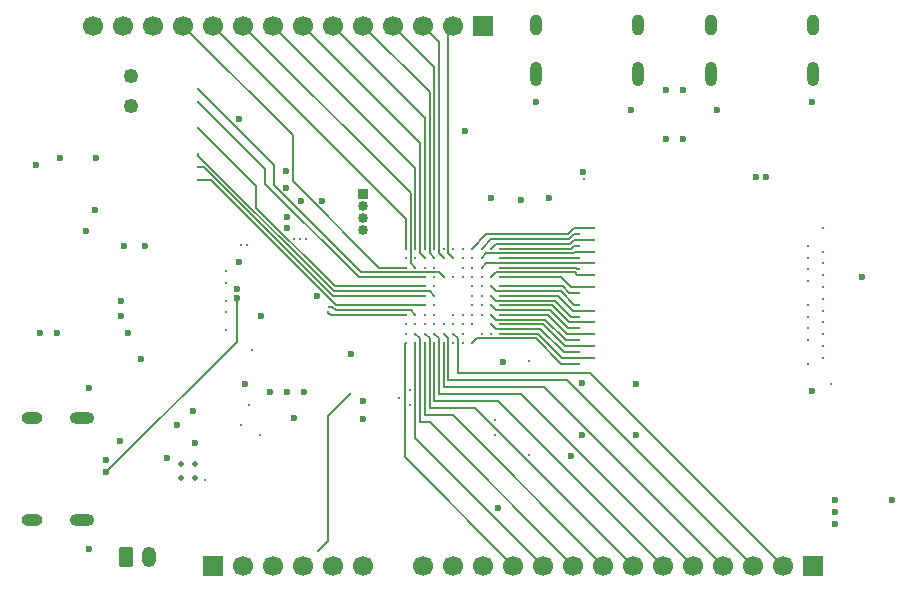
<source format=gbr>
%TF.GenerationSoftware,KiCad,Pcbnew,9.0.3*%
%TF.CreationDate,2025-10-26T12:54:33-04:00*%
%TF.ProjectId,SeedSBC_rev1_1,53656564-5342-4435-9f72-6576315f312e,rev?*%
%TF.SameCoordinates,Original*%
%TF.FileFunction,Copper,L3,Inr*%
%TF.FilePolarity,Positive*%
%FSLAX46Y46*%
G04 Gerber Fmt 4.6, Leading zero omitted, Abs format (unit mm)*
G04 Created by KiCad (PCBNEW 9.0.3) date 2025-10-26 12:54:33*
%MOMM*%
%LPD*%
G01*
G04 APERTURE LIST*
G04 Aperture macros list*
%AMRoundRect*
0 Rectangle with rounded corners*
0 $1 Rounding radius*
0 $2 $3 $4 $5 $6 $7 $8 $9 X,Y pos of 4 corners*
0 Add a 4 corners polygon primitive as box body*
4,1,4,$2,$3,$4,$5,$6,$7,$8,$9,$2,$3,0*
0 Add four circle primitives for the rounded corners*
1,1,$1+$1,$2,$3*
1,1,$1+$1,$4,$5*
1,1,$1+$1,$6,$7*
1,1,$1+$1,$8,$9*
0 Add four rect primitives between the rounded corners*
20,1,$1+$1,$2,$3,$4,$5,0*
20,1,$1+$1,$4,$5,$6,$7,0*
20,1,$1+$1,$6,$7,$8,$9,0*
20,1,$1+$1,$8,$9,$2,$3,0*%
G04 Aperture macros list end*
%TA.AperFunction,HeatsinkPad*%
%ADD10O,2.100000X1.000000*%
%TD*%
%TA.AperFunction,HeatsinkPad*%
%ADD11O,1.800000X1.000000*%
%TD*%
%TA.AperFunction,ComponentPad*%
%ADD12RoundRect,0.250000X-0.350000X-0.625000X0.350000X-0.625000X0.350000X0.625000X-0.350000X0.625000X0*%
%TD*%
%TA.AperFunction,ComponentPad*%
%ADD13O,1.200000X1.750000*%
%TD*%
%TA.AperFunction,HeatsinkPad*%
%ADD14O,1.000000X2.100000*%
%TD*%
%TA.AperFunction,HeatsinkPad*%
%ADD15O,1.000000X1.800000*%
%TD*%
%TA.AperFunction,ComponentPad*%
%ADD16R,1.700000X1.700000*%
%TD*%
%TA.AperFunction,ComponentPad*%
%ADD17C,1.700000*%
%TD*%
%TA.AperFunction,HeatsinkPad*%
%ADD18C,0.500000*%
%TD*%
%TA.AperFunction,ComponentPad*%
%ADD19R,0.850000X0.850000*%
%TD*%
%TA.AperFunction,ComponentPad*%
%ADD20C,0.850000*%
%TD*%
%TA.AperFunction,ViaPad*%
%ADD21C,0.600000*%
%TD*%
%TA.AperFunction,ViaPad*%
%ADD22C,0.300000*%
%TD*%
%TA.AperFunction,ViaPad*%
%ADD23C,1.250000*%
%TD*%
%TA.AperFunction,Conductor*%
%ADD24C,0.150000*%
%TD*%
%TA.AperFunction,Conductor*%
%ADD25C,0.200000*%
%TD*%
G04 APERTURE END LIST*
D10*
%TO.N,Net-(J6-SHIELD)*%
%TO.C,J6*%
X108257500Y-111905000D03*
D11*
X104077500Y-111905000D03*
D10*
X108257500Y-120545000D03*
D11*
X104077500Y-120545000D03*
%TD*%
D12*
%TO.N,V_BAT*%
%TO.C,J3*%
X111960000Y-123740000D03*
D13*
%TO.N,GND*%
X113960000Y-123740000D03*
%TD*%
D14*
%TO.N,GND*%
%TO.C,J1*%
X170140000Y-82815000D03*
D15*
X170140000Y-78635000D03*
D14*
X161500000Y-82815000D03*
D15*
X161500000Y-78635000D03*
%TD*%
D14*
%TO.N,GND*%
%TO.C,J7*%
X155320000Y-82815000D03*
D15*
X155320000Y-78635000D03*
D14*
X146680000Y-82815000D03*
D15*
X146680000Y-78635000D03*
%TD*%
D16*
%TO.N,/FPGA + SRAM/FPGA/SPI_CNFG_CS*%
%TO.C,J4*%
X119380000Y-124460000D03*
D17*
%TO.N,/FPGA + SRAM/FPGA/SPI_CNFG_SCK*%
X121920000Y-124460000D03*
%TO.N,/FPGA + SRAM/FPGA/SPI_CNFG_DI*%
X124460000Y-124460000D03*
%TO.N,/FPGA + SRAM/FPGA/SPI_CNFG_DO*%
X127000000Y-124460000D03*
%TO.N,P3V3*%
X129540000Y-124460000D03*
%TO.N,GND*%
X132080000Y-124460000D03*
%TD*%
D18*
%TO.N,GND*%
%TO.C,U9*%
X116647500Y-117030000D03*
X117827500Y-117030000D03*
X116647500Y-115850000D03*
X117827500Y-115850000D03*
%TD*%
D16*
%TO.N,GND*%
%TO.C,J8*%
X170180000Y-124460000D03*
D17*
%TO.N,/FPGA + SRAM/IO_B1*%
X167640000Y-124460000D03*
%TO.N,/FPGA + SRAM/IO_B2*%
X165100000Y-124460000D03*
%TO.N,/FPGA + SRAM/IO_B3*%
X162560000Y-124460000D03*
%TO.N,/FPGA + SRAM/IO_B4*%
X160020000Y-124460000D03*
%TO.N,/FPGA + SRAM/IO_B5*%
X157480000Y-124460000D03*
%TO.N,/FPGA + SRAM/IO_B6*%
X154940000Y-124460000D03*
%TO.N,/FPGA + SRAM/IO_B7*%
X152400000Y-124460000D03*
%TO.N,/FPGA + SRAM/IO_B8*%
X149860000Y-124460000D03*
%TO.N,/FPGA + SRAM/IO_B9*%
X147320000Y-124460000D03*
%TO.N,/FPGA + SRAM/IO_B10*%
X144780000Y-124460000D03*
%TO.N,GND*%
X142240000Y-124460000D03*
%TO.N,P3V3*%
X139700000Y-124460000D03*
%TO.N,V_BAT*%
X137160000Y-124460000D03*
%TD*%
D16*
%TO.N,GND*%
%TO.C,J5*%
X142240000Y-78740000D03*
D17*
%TO.N,/FPGA + SRAM/IO_T1*%
X139700000Y-78740000D03*
%TO.N,/FPGA + SRAM/IO_T2*%
X137160000Y-78740000D03*
%TO.N,/FPGA + SRAM/IO_T3*%
X134620000Y-78740000D03*
%TO.N,/FPGA + SRAM/IO_T4*%
X132080000Y-78740000D03*
%TO.N,/FPGA + SRAM/IO_T5*%
X129540000Y-78740000D03*
%TO.N,/FPGA + SRAM/IO_T6*%
X127000000Y-78740000D03*
%TO.N,/FPGA + SRAM/IO_T7*%
X124460000Y-78740000D03*
%TO.N,/FPGA + SRAM/IO_T8*%
X121920000Y-78740000D03*
%TO.N,/FPGA + SRAM/IO_T9*%
X119380000Y-78740000D03*
%TO.N,/FPGA + SRAM/IO_T10*%
X116840000Y-78740000D03*
%TO.N,USB_VBUS2*%
X114300000Y-78740000D03*
%TO.N,EN*%
X111760000Y-78740000D03*
%TO.N,USB_VBUS*%
X109220000Y-78740000D03*
%TD*%
D19*
%TO.N,EXT_PLL2P*%
%TO.C,J9*%
X132080000Y-93000000D03*
D20*
%TO.N,EXT_PLL2N*%
X132080000Y-94000000D03*
%TO.N,EXT_PLL1P*%
X132080000Y-95000000D03*
%TO.N,EXT_PLL1N*%
X132080000Y-96000000D03*
%TD*%
D21*
%TO.N,P2V5*%
X145400000Y-93500000D03*
%TO.N,Net-(D3-BK)*%
X171990000Y-120940000D03*
%TO.N,GND*%
X121560000Y-98760000D03*
D22*
X120500000Y-103000000D03*
D21*
X155150000Y-113400000D03*
X159150000Y-84170000D03*
X150640000Y-109010000D03*
X157700000Y-84170000D03*
X155200000Y-109040000D03*
X159130000Y-88350000D03*
X150640000Y-113390000D03*
X123441331Y-103283871D03*
X108900000Y-109400000D03*
X157680000Y-88340000D03*
X108828091Y-123041263D03*
X121550000Y-86630000D03*
X147813171Y-93290187D03*
X140690000Y-87650000D03*
X142880000Y-93280000D03*
%TO.N,V_SYS*%
X109400437Y-94291884D03*
X117690000Y-111313769D03*
X109416600Y-89957400D03*
X117796100Y-114069354D03*
X106416600Y-89957400D03*
X104690000Y-104740000D03*
X108600000Y-96100000D03*
X104370000Y-90510000D03*
X106160000Y-104750000D03*
X116332753Y-112564539D03*
D22*
X118700000Y-117200000D03*
D21*
%TO.N,Net-(D3-GK)*%
X171990000Y-118850000D03*
%TO.N,Net-(D3-RK)*%
X172000000Y-119890000D03*
D22*
%TO.N,/FPGA + SRAM/IO_T5*%
X137300000Y-97600000D03*
%TO.N,/FPGA + SRAM/IO_B3*%
X138900000Y-105600000D03*
%TO.N,/FPGA + SRAM/SD_DAT0*%
X137300000Y-100000000D03*
X118120000Y-85200000D03*
%TO.N,/FPGA + SRAM/LED_B*%
X135700000Y-104800000D03*
%TO.N,/FPGA + SRAM/SD_CLK*%
X137300000Y-100800000D03*
X118120000Y-87400000D03*
%TO.N,/FPGA + SRAM/FIFO_RD_B*%
X138900000Y-104000000D03*
X126700000Y-96800000D03*
%TO.N,/FPGA + SRAM/SD_DAT1*%
X138900000Y-100000000D03*
X118120000Y-84100000D03*
%TO.N,/FPGA + SRAM/FPGA/DQ11*%
X171020000Y-101850000D03*
X142100000Y-100800000D03*
%TO.N,/FPGA + SRAM/FIFO_TXE_B*%
X127200000Y-96800000D03*
X137300000Y-103200000D03*
%TO.N,/FPGA + SRAM/FPGA/SRAM_LB_B*%
X151650000Y-102850000D03*
X143700000Y-101600000D03*
%TO.N,/FPGA + SRAM/IO_T1*%
X139700000Y-98400000D03*
%TO.N,/FPGA + SRAM/FPGA/SRAM_CE_B*%
X171020000Y-106850000D03*
X140500000Y-104800000D03*
%TO.N,/FPGA + SRAM/FPGA/A10*%
X143700000Y-98400000D03*
X150380000Y-98350000D03*
%TO.N,/FPGA + SRAM/IO_B6*%
X137300000Y-104800000D03*
%TO.N,/FPGA + SRAM/SD_DAT3*%
X137300000Y-101600000D03*
X118120000Y-90700000D03*
%TO.N,/FPGA + SRAM/FPGA/A3*%
X150380000Y-106350000D03*
X142900000Y-104000000D03*
%TO.N,/FPGA + SRAM/IO_T9*%
X135700000Y-97600000D03*
%TO.N,/FPGA + SRAM/IO_B5*%
X138100000Y-105600000D03*
%TO.N,/FPGA + SRAM/FPGA/DQ14*%
X140500000Y-98400000D03*
X169750000Y-98350000D03*
%TO.N,/FPGA + SRAM/FPGA/A14*%
X142100000Y-97600000D03*
X150380000Y-96350000D03*
%TO.N,/FPGA + SRAM/FPGA/DQ7*%
X140500000Y-97600000D03*
X171020000Y-97850000D03*
%TO.N,/FPGA + SRAM/FPGA/A13*%
X151650000Y-96850000D03*
X142900000Y-97600000D03*
%TO.N,/FPGA + SRAM/FPGA/DQ3*%
X169750000Y-102350000D03*
X141300000Y-100800000D03*
%TO.N,/FPGA + SRAM/FPGA/DQ15*%
X139700000Y-97600000D03*
X169750000Y-97350000D03*
%TO.N,/FPGA + SRAM/FPGA/SPI_CNFG_SCK*%
X121701000Y-112501000D03*
X143200000Y-112100000D03*
%TO.N,EXT_PLL1N*%
X139700000Y-105600000D03*
%TO.N,/FPGA + SRAM/FPGA/SRAM_CE2*%
X143700000Y-100800000D03*
X150380000Y-101350000D03*
%TO.N,/FPGA + SRAM/FPGA/SPI_CNFG_DI*%
X143200000Y-113370000D03*
X123300000Y-113400000D03*
%TO.N,/FPGA + SRAM/FPGA/DQ9*%
X171020000Y-103850000D03*
X141300000Y-102400000D03*
%TO.N,/FPGA + SRAM/IO_B1*%
X139700000Y-104800000D03*
%TO.N,/FPGA + SRAM/FPGA/SPI_CNFG_CS*%
X142900000Y-104800000D03*
X136025000Y-109560000D03*
%TO.N,/FPGA + SRAM/FPGA/A16*%
X138900000Y-97600000D03*
X171020000Y-95850000D03*
%TO.N,/FPGA + SRAM/USB3_DP*%
X137300000Y-99200000D03*
D21*
X165370000Y-91540000D03*
D22*
%TO.N,/FPGA + SRAM/FPGA/A0*%
X140500000Y-105600000D03*
X169750000Y-107350000D03*
%TO.N,P1V2*%
X138100000Y-103200000D03*
X141300000Y-103200000D03*
D21*
X113601868Y-97358040D03*
D22*
X138100000Y-100000000D03*
X141300000Y-100000000D03*
D21*
X111850000Y-97360000D03*
D22*
%TO.N,/FPGA + SRAM/FPGA/A1*%
X141300000Y-105600000D03*
X150380000Y-107350000D03*
%TO.N,/FPGA + SRAM/IO_T3*%
X138100000Y-97600000D03*
%TO.N,/FPGA + SRAM/USB3_DN*%
X138100000Y-99200000D03*
D21*
X166160000Y-91560000D03*
D22*
%TO.N,/FPGA + SRAM/LED_R*%
X136500000Y-104000000D03*
%TO.N,/FPGA + SRAM/FPGA/DQ6*%
X171020000Y-98850000D03*
X141300000Y-98400000D03*
%TO.N,/FPGA + SRAM/IO_T8*%
X136500000Y-99200000D03*
%TO.N,/FPGA + SRAM/FPGA/A11*%
X151650000Y-97850000D03*
X142100000Y-98400000D03*
%TO.N,/SD MMC/SD_CMD*%
X138100000Y-101600000D03*
X118120000Y-89600000D03*
%TO.N,/FPGA + SRAM/FIFO0*%
X135700000Y-103200000D03*
X129137363Y-102998549D03*
%TO.N,/FPGA + SRAM/FPGA/DQ2*%
X142100000Y-102400000D03*
X169750000Y-103350000D03*
%TO.N,/FPGA + SRAM/FPGA/A12*%
X150380000Y-97350000D03*
X143700000Y-97600000D03*
D21*
%TO.N,USB_VBUS*%
X111530000Y-113909267D03*
X115477983Y-115303221D03*
D22*
%TO.N,/FPGA + SRAM/FPGA/A17*%
X143700000Y-102400000D03*
X151650000Y-103850000D03*
%TO.N,/FPGA + SRAM/FPGA/DQ5*%
X171020000Y-99850000D03*
X141300000Y-99200000D03*
%TO.N,/FPGA + SRAM/FPGA/A15*%
X151650000Y-95850000D03*
X141300000Y-97600000D03*
%TO.N,/FPGA + SRAM/FPGA/SRAM_UB_B*%
X150380000Y-102350000D03*
X142900000Y-100800000D03*
%TO.N,/FPGA + SRAM/IO_B4*%
X138100000Y-104800000D03*
%TO.N,/FPGA + SRAM/FPGA/A7*%
X142900000Y-102400000D03*
X150380000Y-104350000D03*
%TO.N,/FPGA + SRAM/IO_B8*%
X136500000Y-104800000D03*
D21*
%TO.N,P3V3*%
X131054636Y-106531013D03*
D22*
X138100000Y-102400000D03*
D21*
X149650000Y-115120000D03*
X124171159Y-109695795D03*
X113295500Y-106900000D03*
X112190000Y-104740000D03*
X125547678Y-91021303D03*
X128193413Y-101606587D03*
X174320000Y-100030000D03*
X122091162Y-109098405D03*
X126800000Y-93545219D03*
X132073916Y-110537824D03*
X128600000Y-93536958D03*
X176840000Y-118840000D03*
D22*
X141300000Y-101600000D03*
D21*
X143510000Y-119580000D03*
D22*
X139700000Y-100000000D03*
D21*
X111536525Y-101999133D03*
D22*
X139700000Y-103200000D03*
D21*
X143922983Y-107222885D03*
X132070000Y-112000000D03*
D22*
X122700000Y-106200000D03*
D21*
X125548907Y-92477174D03*
X170040000Y-109660000D03*
X125629130Y-109700650D03*
X127090000Y-109700000D03*
D22*
X138100000Y-100800000D03*
D21*
X111540000Y-103310000D03*
D22*
%TO.N,/FPGA + SRAM/CDONE*%
X146140521Y-107100000D03*
X146140521Y-115059479D03*
%TO.N,EXT_PLL1P*%
X139700000Y-104000000D03*
%TO.N,/FPGA + SRAM/SD_DAT2*%
X137300000Y-102400000D03*
X118120000Y-91800000D03*
%TO.N,/FPGA + SRAM/FPGA/DQ1*%
X142100000Y-103200000D03*
X169750000Y-104350000D03*
%TO.N,/FPGA + SRAM/FPGA/DQ13*%
X169750000Y-99350000D03*
X140500000Y-99200000D03*
%TO.N,/FPGA + SRAM/FPGA/DQ10*%
X171020000Y-102850000D03*
X142100000Y-101600000D03*
%TO.N,/FPGA + SRAM/FPGA/DQ4*%
X171020000Y-100850000D03*
X142100000Y-100000000D03*
%TO.N,/FPGA + SRAM/FPGA/SRAM_OE_B*%
X140500000Y-104000000D03*
X171020000Y-105850000D03*
%TO.N,/FPGA + SRAM/FIFO1*%
X136500000Y-103200000D03*
X129150000Y-102500000D03*
%TO.N,/FPGA + SRAM/FPGA/A18*%
X150380000Y-103350000D03*
X142900000Y-101600000D03*
%TO.N,/FPGA + SRAM/FPGA/A4*%
X143700000Y-104000000D03*
X151650000Y-105850000D03*
%TO.N,/FPGA + SRAM/LED_G*%
X137300000Y-104000000D03*
%TO.N,/FPGA + SRAM/IO_T7*%
X136500000Y-97600000D03*
%TO.N,/FPGA + SRAM/FPGA/A2*%
X151650000Y-106850000D03*
X143700000Y-104800000D03*
%TO.N,/FPGA + SRAM/IO_T6*%
X137300000Y-98400000D03*
%TO.N,/FPGA + SRAM/FPGA/A9*%
X151650000Y-98850000D03*
X142100000Y-99200000D03*
%TO.N,/FPGA + SRAM/FPGA/DQ12*%
X140500000Y-100000000D03*
X169750000Y-100350000D03*
D21*
%TO.N,P2V5*%
X126198000Y-111901000D03*
D22*
%TO.N,/FPGA + SRAM/IO_T10*%
X135700000Y-99200000D03*
%TO.N,/FPGA + SRAM/IO_B10*%
X135700000Y-105600000D03*
%TO.N,/FPGA + SRAM/FPGA/DQ8*%
X171020000Y-104850000D03*
X140500000Y-103200000D03*
%TO.N,/FPGA + SRAM/USB2_DP*%
X136500000Y-98400000D03*
D21*
X150730000Y-91070000D03*
D22*
%TO.N,/FPGA + SRAM/IO_B7*%
X137300000Y-105600000D03*
%TO.N,/FPGA + SRAM/FPGA/SPI_CNFG_DO*%
X135150000Y-110250000D03*
X142100000Y-104800000D03*
X136025000Y-110830000D03*
X131000000Y-109900000D03*
X122400000Y-110800000D03*
X128265000Y-123195000D03*
%TO.N,/FPGA + SRAM/FPGA/SRAM_WE_B*%
X151650000Y-100850000D03*
X143700000Y-100000000D03*
%TO.N,/FPGA + SRAM/FPGA/DQ0*%
X169750000Y-105350000D03*
X141300000Y-104000000D03*
%TO.N,/FPGA + SRAM/IO_T2*%
X138900000Y-98400000D03*
%TO.N,/FPGA + SRAM/IO_B2*%
X138900000Y-104800000D03*
%TO.N,/FPGA + SRAM/FPGA/A19*%
X151650000Y-99850000D03*
X142900000Y-100000000D03*
%TO.N,/FPGA + SRAM/FPGA/A8*%
X150380000Y-99350000D03*
X143700000Y-99200000D03*
%TO.N,/FPGA + SRAM/USB2_DN*%
X135700000Y-98400000D03*
X150780000Y-91730000D03*
%TO.N,/FPGA + SRAM/FPGA/A6*%
X151650000Y-104850000D03*
X143700000Y-103200000D03*
%TO.N,/FPGA + SRAM/IO_T4*%
X138100000Y-98400000D03*
%TO.N,/FPGA + SRAM/FPGA/A5*%
X142900000Y-103200000D03*
X150380000Y-105350000D03*
%TO.N,/FPGA + SRAM/USR_BTN1*%
X171690000Y-109030000D03*
X138100000Y-104000000D03*
%TO.N,/FPGA + SRAM/FIFO_WR_B*%
X135700000Y-104000000D03*
X126200000Y-96800000D03*
%TO.N,/FPGA + SRAM/IO_B9*%
X136500000Y-105600000D03*
D21*
%TO.N,Net-(U7-CS)*%
X125602622Y-94916128D03*
D22*
X121700000Y-97300000D03*
%TO.N,Net-(U7-CLK)*%
X122200000Y-97300000D03*
D21*
X125610283Y-95866132D03*
D22*
%TO.N,Net-(U8-REF)*%
X120500000Y-100500000D03*
%TO.N,Net-(U8-~{RESET})*%
X120500000Y-104500000D03*
D21*
%TO.N,/USB/D1+*%
X110336660Y-116536660D03*
X121377831Y-101778211D03*
%TO.N,/USB/D1-*%
X121359783Y-100978412D03*
X110340000Y-115470000D03*
D22*
%TO.N,Net-(U8-VPLL)*%
X120500000Y-102000000D03*
%TO.N,Net-(U8-VPHY)*%
X120500000Y-99500000D03*
D23*
%TO.N,USB_VBUS2*%
X112410000Y-85540000D03*
D21*
X162050000Y-85830000D03*
X146700000Y-85190000D03*
X170050000Y-85200000D03*
D23*
X112420000Y-82980000D03*
D21*
X154730000Y-85820000D03*
%TD*%
D24*
%TO.N,/FPGA + SRAM/IO_T5*%
X137300000Y-97600000D02*
X137300000Y-86500000D01*
X137300000Y-86500000D02*
X129540000Y-78740000D01*
%TO.N,/FPGA + SRAM/IO_B3*%
X138900000Y-109300000D02*
X147400000Y-109300000D01*
X147400000Y-109300000D02*
X162560000Y-124460000D01*
X138900000Y-105600000D02*
X138900000Y-109300000D01*
%TO.N,/FPGA + SRAM/SD_DAT0*%
X137300000Y-100000000D02*
X131700000Y-100000000D01*
X131700000Y-100000000D02*
X123800000Y-92100000D01*
X123800000Y-90880000D02*
X118120000Y-85200000D01*
X123800000Y-92100000D02*
X123800000Y-90880000D01*
%TO.N,/FPGA + SRAM/SD_CLK*%
X129667288Y-100800000D02*
X123000000Y-94132712D01*
X137300000Y-100800000D02*
X129667288Y-100800000D01*
X123000000Y-94132712D02*
X123000000Y-92280000D01*
X123000000Y-92280000D02*
X118120000Y-87400000D01*
%TO.N,/FPGA + SRAM/SD_DAT1*%
X131900000Y-99600000D02*
X124500000Y-92200000D01*
X138900000Y-100000000D02*
X138500000Y-99600000D01*
X124500000Y-90480000D02*
X118120000Y-84100000D01*
X138500000Y-99600000D02*
X131900000Y-99600000D01*
X124500000Y-92200000D02*
X124500000Y-90480000D01*
%TO.N,/FPGA + SRAM/FPGA/SRAM_LB_B*%
X148585402Y-101600000D02*
X143700000Y-101600000D01*
X151650000Y-102850000D02*
X149835402Y-102850000D01*
X149835402Y-102850000D02*
X148585402Y-101600000D01*
%TO.N,/FPGA + SRAM/IO_T1*%
X139300000Y-79140000D02*
X139700000Y-78740000D01*
X139700000Y-98400000D02*
X139300000Y-98000000D01*
X139300000Y-98000000D02*
X139300000Y-79140000D01*
%TO.N,/FPGA + SRAM/FPGA/A10*%
X143700000Y-98400000D02*
X150330000Y-98400000D01*
X150330000Y-98400000D02*
X150380000Y-98350000D01*
%TO.N,/FPGA + SRAM/IO_B6*%
X137700000Y-105200000D02*
X137700000Y-111100000D01*
X137300000Y-104800000D02*
X137700000Y-105200000D01*
X141580000Y-111100000D02*
X154940000Y-124460000D01*
X137700000Y-111100000D02*
X141580000Y-111100000D01*
%TO.N,/FPGA + SRAM/SD_DAT3*%
X137300000Y-101600000D02*
X129496583Y-101600000D01*
X118596583Y-90700000D02*
X118120000Y-90700000D01*
X129496583Y-101600000D02*
X118596583Y-90700000D01*
%TO.N,/FPGA + SRAM/FPGA/A3*%
X150380000Y-106350000D02*
X149040000Y-106350000D01*
X147090000Y-104400000D02*
X143300000Y-104400000D01*
X149040000Y-106350000D02*
X147090000Y-104400000D01*
X143300000Y-104400000D02*
X142900000Y-104000000D01*
%TO.N,/FPGA + SRAM/IO_T9*%
X135700000Y-97600000D02*
X135700000Y-95060000D01*
X135700000Y-95060000D02*
X119380000Y-78740000D01*
%TO.N,/FPGA + SRAM/IO_B5*%
X143520000Y-110500000D02*
X157480000Y-124460000D01*
X138100000Y-110500000D02*
X143520000Y-110500000D01*
X138100000Y-105600000D02*
X138100000Y-110500000D01*
%TO.N,/FPGA + SRAM/FPGA/A14*%
X149950000Y-96350000D02*
X149500000Y-96800000D01*
X149500000Y-96800000D02*
X142900000Y-96800000D01*
X142900000Y-96800000D02*
X142100000Y-97600000D01*
X150380000Y-96350000D02*
X149950000Y-96350000D01*
%TO.N,/FPGA + SRAM/FPGA/A13*%
X143533900Y-97199000D02*
X143532900Y-97200000D01*
X151650000Y-96850000D02*
X149950000Y-96850000D01*
X143532900Y-97200000D02*
X143300000Y-97200000D01*
X143866100Y-97199000D02*
X143533900Y-97199000D01*
X143300000Y-97200000D02*
X142900000Y-97600000D01*
X149600000Y-97200000D02*
X143867100Y-97200000D01*
X149950000Y-96850000D02*
X149600000Y-97200000D01*
X143867100Y-97200000D02*
X143866100Y-97199000D01*
%TO.N,/FPGA + SRAM/FPGA/SRAM_CE2*%
X148990000Y-100800000D02*
X143700000Y-100800000D01*
X150380000Y-101350000D02*
X149540000Y-101350000D01*
X149540000Y-101350000D02*
X148990000Y-100800000D01*
%TO.N,/FPGA + SRAM/IO_B1*%
X151300000Y-108100000D02*
X167640000Y-124440000D01*
X140100000Y-105200000D02*
X140100000Y-108100000D01*
X140100000Y-108100000D02*
X151300000Y-108100000D01*
X167640000Y-124440000D02*
X167640000Y-124460000D01*
X139700000Y-104800000D02*
X140100000Y-105200000D01*
%TO.N,/FPGA + SRAM/FPGA/A1*%
X141700000Y-105200000D02*
X141300000Y-105600000D01*
X148840000Y-107350000D02*
X146690000Y-105200000D01*
X146690000Y-105200000D02*
X141700000Y-105200000D01*
X150380000Y-107350000D02*
X148840000Y-107350000D01*
%TO.N,/FPGA + SRAM/IO_T3*%
X138100000Y-82220000D02*
X134620000Y-78740000D01*
X138100000Y-97600000D02*
X138100000Y-82220000D01*
%TO.N,/FPGA + SRAM/IO_T8*%
X136100000Y-98800000D02*
X136100000Y-92920000D01*
X136100000Y-92920000D02*
X121920000Y-78740000D01*
X136500000Y-99200000D02*
X136100000Y-98800000D01*
%TO.N,/FPGA + SRAM/FPGA/A11*%
X149950000Y-97850000D02*
X149800000Y-98000000D01*
X142500000Y-98000000D02*
X142100000Y-98400000D01*
X149800000Y-98000000D02*
X142500000Y-98000000D01*
X151650000Y-97850000D02*
X149950000Y-97850000D01*
%TO.N,/SD MMC/SD_CMD*%
X129600000Y-101200000D02*
X118120000Y-89720000D01*
X137700000Y-101200000D02*
X129600000Y-101200000D01*
X138100000Y-101600000D02*
X137700000Y-101200000D01*
X118120000Y-89720000D02*
X118120000Y-89600000D01*
%TO.N,/FPGA + SRAM/FIFO0*%
X129137363Y-103007363D02*
X129330000Y-103200000D01*
X129137363Y-102998549D02*
X129137363Y-103007363D01*
X129330000Y-103200000D02*
X135700000Y-103200000D01*
%TO.N,/FPGA + SRAM/FPGA/A12*%
X149700000Y-97600000D02*
X143700000Y-97600000D01*
X149950000Y-97350000D02*
X149700000Y-97600000D01*
X150380000Y-97350000D02*
X149950000Y-97350000D01*
%TO.N,/FPGA + SRAM/FPGA/A17*%
X149540002Y-103850000D02*
X148090002Y-102400000D01*
X151650000Y-103850000D02*
X149540002Y-103850000D01*
X148090002Y-102400000D02*
X143700000Y-102400000D01*
%TO.N,/FPGA + SRAM/FPGA/A15*%
X142500000Y-96400000D02*
X141300000Y-97600000D01*
X149950000Y-95850000D02*
X149400000Y-96400000D01*
X149400000Y-96400000D02*
X142500000Y-96400000D01*
X151650000Y-95850000D02*
X149950000Y-95850000D01*
%TO.N,/FPGA + SRAM/FPGA/SRAM_UB_B*%
X148791000Y-101201000D02*
X143301000Y-101201000D01*
X150380000Y-102350000D02*
X149940000Y-102350000D01*
X143301000Y-101201000D02*
X142900000Y-100800000D01*
X149940000Y-102350000D02*
X148791000Y-101201000D01*
%TO.N,/FPGA + SRAM/IO_B4*%
X138100000Y-104800000D02*
X138500000Y-105200000D01*
X138500000Y-109900000D02*
X145460000Y-109900000D01*
X138500000Y-105200000D02*
X138500000Y-109900000D01*
X145460000Y-109900000D02*
X160020000Y-124460000D01*
%TO.N,/FPGA + SRAM/FPGA/A7*%
X150380000Y-104350000D02*
X149440002Y-104350000D01*
X143300000Y-102800000D02*
X142900000Y-102400000D01*
X147890002Y-102800000D02*
X143300000Y-102800000D01*
X149440002Y-104350000D02*
X147890002Y-102800000D01*
%TO.N,/FPGA + SRAM/IO_B8*%
X136900000Y-105200000D02*
X136900000Y-112300000D01*
X137700000Y-112300000D02*
X149860000Y-124460000D01*
X136500000Y-104800000D02*
X136900000Y-105200000D01*
X136900000Y-112300000D02*
X137700000Y-112300000D01*
%TO.N,/FPGA + SRAM/SD_DAT2*%
X129800000Y-102400000D02*
X119200000Y-91800000D01*
X137300000Y-102400000D02*
X129800000Y-102400000D01*
X119200000Y-91800000D02*
X118120000Y-91800000D01*
%TO.N,/FPGA + SRAM/FIFO1*%
X136099000Y-102799000D02*
X129766100Y-102799000D01*
X129467100Y-102500000D02*
X129150000Y-102500000D01*
X136500000Y-103200000D02*
X136099000Y-102799000D01*
X129766100Y-102799000D02*
X129467100Y-102500000D01*
%TO.N,/FPGA + SRAM/FPGA/A18*%
X143300000Y-102000000D02*
X142900000Y-101600000D01*
X149680000Y-103350000D02*
X148330000Y-102000000D01*
X148330000Y-102000000D02*
X143300000Y-102000000D01*
X150380000Y-103350000D02*
X149680000Y-103350000D01*
%TO.N,/FPGA + SRAM/FPGA/A4*%
X149140000Y-105850000D02*
X147290000Y-104000000D01*
X147290000Y-104000000D02*
X143700000Y-104000000D01*
X151650000Y-105850000D02*
X149140000Y-105850000D01*
%TO.N,/FPGA + SRAM/IO_T7*%
X136500000Y-97600000D02*
X136500000Y-90780000D01*
X136500000Y-90780000D02*
X124460000Y-78740000D01*
%TO.N,/FPGA + SRAM/FPGA/A2*%
X151650000Y-106850000D02*
X148940000Y-106850000D01*
X148940000Y-106850000D02*
X146890000Y-104800000D01*
X146890000Y-104800000D02*
X143700000Y-104800000D01*
%TO.N,/FPGA + SRAM/IO_T6*%
X137300000Y-98400000D02*
X136900000Y-98000000D01*
X136900000Y-88640000D02*
X127000000Y-78740000D01*
X136900000Y-98000000D02*
X136900000Y-88640000D01*
%TO.N,/FPGA + SRAM/FPGA/A9*%
X142500000Y-98800000D02*
X151600000Y-98800000D01*
X151600000Y-98800000D02*
X151650000Y-98850000D01*
X142100000Y-99200000D02*
X142500000Y-98800000D01*
%TO.N,/FPGA + SRAM/IO_T10*%
X126100000Y-88000000D02*
X116840000Y-78740000D01*
X133414658Y-99200000D02*
X126100000Y-91885342D01*
X126100000Y-91885342D02*
X126100000Y-88000000D01*
X135700000Y-99200000D02*
X133414658Y-99200000D01*
%TO.N,/FPGA + SRAM/IO_B10*%
X135600000Y-115280000D02*
X144780000Y-124460000D01*
X135600000Y-105700000D02*
X135600000Y-115280000D01*
X135700000Y-105600000D02*
X135600000Y-105700000D01*
%TO.N,/FPGA + SRAM/IO_B7*%
X139640000Y-111700000D02*
X152400000Y-124460000D01*
X137300000Y-105600000D02*
X137300000Y-111700000D01*
X137300000Y-111700000D02*
X139640000Y-111700000D01*
D25*
%TO.N,/FPGA + SRAM/FPGA/SPI_CNFG_DO*%
X129100000Y-111800000D02*
X131000000Y-109900000D01*
X128265000Y-123195000D02*
X129100000Y-122360000D01*
X129100000Y-122360000D02*
X129100000Y-111800000D01*
D24*
%TO.N,/FPGA + SRAM/FPGA/SRAM_WE_B*%
X143710000Y-100010000D02*
X143700000Y-100000000D01*
X148840000Y-100010000D02*
X143710000Y-100010000D01*
X149680000Y-100850000D02*
X148840000Y-100010000D01*
X151650000Y-100850000D02*
X149680000Y-100850000D01*
%TO.N,/FPGA + SRAM/IO_T2*%
X138900000Y-98400000D02*
X138500000Y-98000000D01*
X138500000Y-98000000D02*
X138500000Y-80080000D01*
X138500000Y-80080000D02*
X137160000Y-78740000D01*
%TO.N,/FPGA + SRAM/IO_B2*%
X139300000Y-105200000D02*
X139300000Y-108700000D01*
X138900000Y-104800000D02*
X139300000Y-105200000D01*
X149340000Y-108700000D02*
X165100000Y-124460000D01*
X139300000Y-108700000D02*
X149340000Y-108700000D01*
%TO.N,/FPGA + SRAM/FPGA/A19*%
X143300000Y-99600000D02*
X142900000Y-100000000D01*
X149970000Y-99600000D02*
X143300000Y-99600000D01*
X151650000Y-99850000D02*
X150220000Y-99850000D01*
X150220000Y-99850000D02*
X149970000Y-99600000D01*
%TO.N,/FPGA + SRAM/FPGA/A8*%
X150060000Y-99200000D02*
X143700000Y-99200000D01*
X150060000Y-99200000D02*
X150210000Y-99350000D01*
X150210000Y-99350000D02*
X150380000Y-99350000D01*
%TO.N,/FPGA + SRAM/FPGA/A6*%
X151650000Y-104850000D02*
X149340000Y-104850000D01*
X147690000Y-103200000D02*
X143700000Y-103200000D01*
X149340000Y-104850000D02*
X147690000Y-103200000D01*
%TO.N,/FPGA + SRAM/IO_T4*%
X138100000Y-98400000D02*
X137700000Y-98000000D01*
X137700000Y-84360000D02*
X132080000Y-78740000D01*
X137700000Y-98000000D02*
X137700000Y-84360000D01*
%TO.N,/FPGA + SRAM/FPGA/A5*%
X150380000Y-105350000D02*
X149240000Y-105350000D01*
X147490000Y-103600000D02*
X143300000Y-103600000D01*
X143300000Y-103600000D02*
X142900000Y-103200000D01*
X149240000Y-105350000D02*
X147490000Y-103600000D01*
%TO.N,/FPGA + SRAM/IO_B9*%
X136500000Y-113640000D02*
X147320000Y-124460000D01*
X136500000Y-105600000D02*
X136500000Y-113640000D01*
D25*
%TO.N,/USB/D1+*%
X121377831Y-105494969D02*
X121377831Y-101778211D01*
X110336660Y-116536140D02*
X121377831Y-105494969D01*
X110336660Y-116536660D02*
X110336660Y-116536140D01*
%TD*%
M02*

</source>
